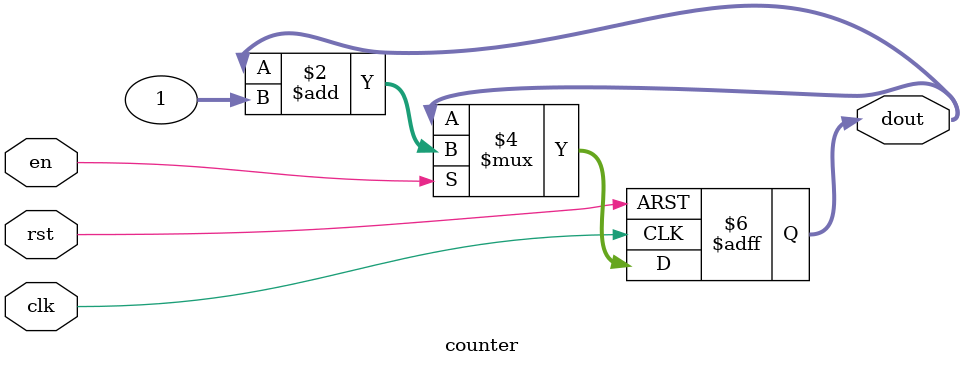
<source format=sv>
`timescale 1ns / 1ps

module counter
# (
DATA_WIDTH = 32
)
(
    input clk,
    input en,
    input rst,
    output reg [DATA_WIDTH - 1 : 0] dout = 0
);

always @(posedge clk, posedge rst)
begin
    if (rst)
        dout <= 0;
    else if (en)
        dout <= dout + 1;
end

endmodule
</source>
